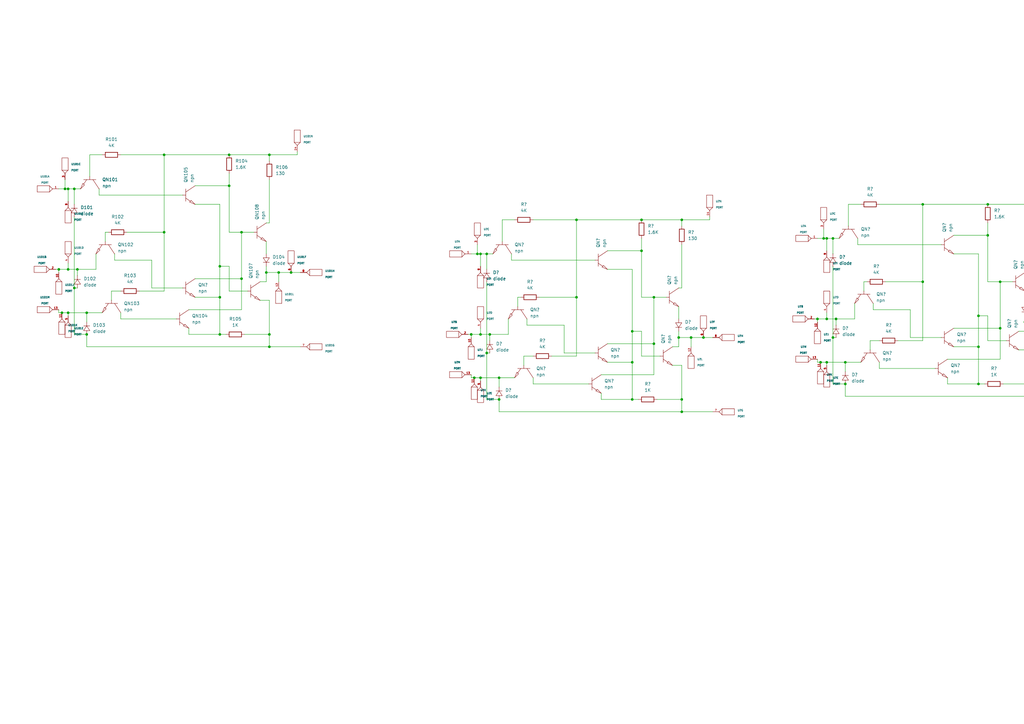
<source format=kicad_sch>
(kicad_sch (version 20211123) (generator eeschema)
  (paper "A3")
  (lib_symbols
    (symbol "LTspice_sym:diode" (pin_numbers hide) (pin_names (offset 0.0254) hide)
      (property "Reference" "D" (at 1.905 0 0))
      (property "Value" "diode" (at 1.905 -5.08 0))
      (symbol "diode_0_0"
        (polyline (pts (xy 0 -3.4798) (xy 2.54 -3.4798)))
        (polyline (pts (xy 0 -1.5748) (xy 1.27 -3.4798)))
        (polyline (pts (xy 0 -1.5748) (xy 2.54 -1.5748)))
        (polyline (pts (xy 1.27 -3.4798) (xy 1.27 -5.08)))
        (polyline (pts (xy 1.27 0) (xy 1.27 -1.5748)))
        (polyline (pts (xy 2.54 -1.5748) (xy 1.27 -3.4798)))
      )
      (symbol "diode_1_1"
        (pin unspecified line (at 1.27 0 0) (length 0) (name "+") (number "1"))
        (pin unspecified line (at 1.27 -5.08 0) (length 0) (name "-") (number "2"))
      )
    )
    (symbol "LTspice_sym:npn" (pin_numbers hide) (pin_names (offset 0.0254) hide)
      (property "Reference" "QN" (at 4.445 -2.54 0))
      (property "Value" "npn" (at 4.445 -5.3848 0))
      (symbol "npn_0_0"
        (polyline (pts (xy 1.27 -6.35) (xy 1.27 -1.27)))
        (polyline (pts (xy 1.27 -3.81) (xy 0 -3.81)))
        (polyline (pts (xy 1.27 -2.54) (xy 5.08 0)))
        (polyline (pts (xy 3.175 -6.35) (xy 1.27 -5.08)))
        (polyline (pts (xy 3.4798 -6.0198) (xy 2.8448 -6.6548)))
        (polyline (pts (xy 5.08 -7.62) (xy 2.8448 -6.6548)))
        (polyline (pts (xy 5.08 -7.62) (xy 3.4798 -6.0198)))
      )
      (symbol "npn_1_1"
        (pin unspecified line (at 5.08 0 0) (length 0) (name "C") (number "1"))
        (pin unspecified line (at 0 -3.81 0) (length 0) (name "B") (number "2"))
        (pin unspecified line (at 5.08 -7.62 0) (length 0) (name "E") (number "3"))
      )
    )
    (symbol "eSim_Devices:resistor" (pin_numbers hide) (pin_names (offset 0))
      (property "Reference" "R" (at 1.27 3.302 0))
      (property "Value" "resistor" (at 1.27 -1.27 0))
      (symbol "resistor_0_1"
        (rectangle (start 3.81 0.254) (end -1.27 2.286) (stroke (width 0.254)))
      )
      (symbol "resistor_1_1"
        (pin passive line (at -2.54 1.27 0) (length 1.27) (name "~") (number "1"))
        (pin passive line (at 5.08 1.27 180) (length 1.27) (name "~") (number "2"))
      )
    )
    (symbol "eSim_Miscellaneous:PORT" (pin_names (offset 1.016))
      (property "Reference" "U" (at 1.27 2.54 0))
      (property "Value" "PORT" (at 0 0 0))
      (symbol "PORT_0_1"
        (rectangle (start -2.54 1.27) (end 2.54 -1.27))
        (arc (start 2.54 1.27) (mid 3.1355 0.5955) (end 3.81 0))
        (arc (start 3.81 0) (mid 3.1447 -0.6046) (end 2.54 -1.27))
      )
      (symbol "PORT_1_1"
        (pin bidirectional line (at 6.35 0 180) (length 2.54) (name "~") (number "1"))
      )
      (symbol "PORT_2_1"
        (pin bidirectional line (at 6.35 0 180) (length 2.54) (name "~") (number "2"))
      )
      (symbol "PORT_3_1"
        (pin bidirectional line (at 6.35 0 180) (length 2.54) (name "~") (number "3"))
      )
      (symbol "PORT_4_1"
        (pin bidirectional line (at 6.35 0 180) (length 2.54) (name "~") (number "4"))
      )
      (symbol "PORT_5_1"
        (pin bidirectional line (at 6.35 0 180) (length 2.54) (name "~") (number "5"))
      )
      (symbol "PORT_6_1"
        (pin bidirectional line (at 6.35 0 180) (length 2.54) (name "~") (number "6"))
      )
      (symbol "PORT_7_1"
        (pin bidirectional line (at 6.35 0 180) (length 2.54) (name "~") (number "7"))
      )
      (symbol "PORT_8_1"
        (pin bidirectional line (at 6.35 0 180) (length 2.54) (name "~") (number "8"))
      )
      (symbol "PORT_9_1"
        (pin bidirectional line (at 6.35 0 180) (length 2.54) (name "~") (number "9"))
      )
      (symbol "PORT_10_1"
        (pin bidirectional line (at 6.35 0 180) (length 2.54) (name "~") (number "10"))
      )
      (symbol "PORT_11_1"
        (pin bidirectional line (at 6.35 0 180) (length 2.54) (name "~") (number "11"))
      )
      (symbol "PORT_12_1"
        (pin bidirectional line (at 6.35 0 180) (length 2.54) (name "~") (number "12"))
      )
      (symbol "PORT_13_1"
        (pin bidirectional line (at 6.35 0 180) (length 2.54) (name "~") (number "13"))
      )
      (symbol "PORT_14_1"
        (pin bidirectional line (at 6.35 0 180) (length 2.54) (name "~") (number "14"))
      )
      (symbol "PORT_15_1"
        (pin bidirectional line (at 6.35 0 180) (length 2.54) (name "~") (number "15"))
      )
      (symbol "PORT_16_1"
        (pin bidirectional line (at 6.35 0 180) (length 2.54) (name "~") (number "16"))
      )
      (symbol "PORT_17_1"
        (pin bidirectional line (at 6.35 0 180) (length 2.54) (name "~") (number "17"))
      )
      (symbol "PORT_18_1"
        (pin bidirectional line (at 6.35 0 180) (length 2.54) (name "~") (number "18"))
      )
      (symbol "PORT_19_1"
        (pin bidirectional line (at 6.35 0 180) (length 2.54) (name "~") (number "19"))
      )
      (symbol "PORT_20_1"
        (pin bidirectional line (at 6.35 0 180) (length 2.54) (name "~") (number "20"))
      )
      (symbol "PORT_21_1"
        (pin bidirectional line (at 6.35 0 180) (length 2.54) (name "~") (number "21"))
      )
      (symbol "PORT_22_1"
        (pin bidirectional line (at 6.35 0 180) (length 2.54) (name "~") (number "22"))
      )
      (symbol "PORT_23_1"
        (pin bidirectional line (at 6.35 0 180) (length 2.54) (name "~") (number "23"))
      )
      (symbol "PORT_24_1"
        (pin bidirectional line (at 6.35 0 180) (length 2.54) (name "~") (number "24"))
      )
      (symbol "PORT_25_1"
        (pin bidirectional line (at 6.35 0 180) (length 2.54) (name "~") (number "25"))
      )
      (symbol "PORT_26_1"
        (pin bidirectional line (at 6.35 0 180) (length 2.54) (name "~") (number "26"))
      )
    )
  )
  (junction (at 279.6286 168.91))
  (junction (at 197.0786 154.94))
  (junction (at 110.49 137.16))
  (junction (at 90.17 121.92))
  (junction (at 278.3586 138.43))
  (junction (at 25.4 128.27))
  (junction (at 335.28 130.81))
  (junction (at 110.49 63.5))
  (junction (at 283.4386 138.43))
  (junction (at 401.32 129.54))
  (junction (at 90.17 109.22))
  (junction (at 90.17 137.16))
  (junction (at 199.6186 104.14))
  (junction (at 425.45 132.08))
  (junction (at 378.46 83.82))
  (junction (at 200.8886 137.16))
  (junction (at 410.21 115.57))
  (junction (at 341.63 138.43))
  (junction (at 421.64 157.48))
  (junction (at 27.94 128.27))
  (junction (at 288.5186 138.43))
  (junction (at 259.3086 163.83))
  (junction (at 114.3 111.76))
  (junction (at 35.56 128.27))
  (junction (at 378.46 115.57))
  (junction (at 99.06 114.3))
  (junction (at 279.6286 163.83))
  (junction (at 268.1986 121.92))
  (junction (at 279.6286 90.17))
  (junction (at 339.09 148.59))
  (junction (at 26.67 77.47))
  (junction (at 236.4486 121.92))
  (junction (at 30.48 77.47))
  (junction (at 421.64 83.82))
  (junction (at 119.38 111.76))
  (junction (at 197.0786 137.16))
  (junction (at 31.75 110.49))
  (junction (at 236.4486 90.17))
  (junction (at 346.71 157.48))
  (junction (at 430.53 132.08))
  (junction (at 199.6186 144.78))
  (junction (at 27.94 77.47))
  (junction (at 195.8086 104.14))
  (junction (at 337.82 97.79))
  (junction (at 346.71 148.59))
  (junction (at 99.06 95.25))
  (junction (at 263.1186 102.87))
  (junction (at 193.2686 137.16))
  (junction (at 194.5386 154.94))
  (junction (at 342.9 130.81))
  (junction (at 93.98 76.2))
  (junction (at 420.37 132.08))
  (junction (at 405.13 83.82))
  (junction (at 35.56 137.16))
  (junction (at 401.32 157.48))
  (junction (at 93.98 63.5))
  (junction (at 110.49 142.24))
  (junction (at 410.21 134.62))
  (junction (at 204.6986 154.94))
  (junction (at 405.13 96.52))
  (junction (at 421.64 162.56))
  (junction (at 197.0786 104.14))
  (junction (at 67.31 95.25))
  (junction (at 336.55 148.59))
  (junction (at 67.31 63.5))
  (junction (at 339.09 130.81))
  (junction (at 259.3086 135.89))
  (junction (at 30.48 118.11))
  (junction (at 109.22 111.76))
  (junction (at 339.09 97.79))
  (junction (at 341.63 97.79))
  (junction (at 268.1986 140.97))
  (junction (at 259.3086 148.59))
  (junction (at 24.13 110.49))
  (junction (at 204.6986 163.83))
  (junction (at 27.94 110.49))
  (junction (at 263.1186 90.17))
  (junction (at 401.32 142.24))
  (wire (pts (xy 279.6286 92.71) (xy 279.6286 90.17)))
  (wire (pts (xy 334.01 130.81) (xy 335.28 130.81)))
  (wire (pts (xy 410.21 134.62) (xy 410.21 147.32)))
  (wire (pts (xy 202.1586 104.14) (xy 199.6186 104.14)))
  (wire (pts (xy 421.64 111.76) (xy 420.37 111.76)))
  (wire (pts (xy 35.56 137.16) (xy 35.56 142.24)))
  (wire (pts (xy 194.5386 154.94) (xy 193.2686 154.94)))
  (wire (pts (xy 335.28 132.08) (xy 335.28 130.81)))
  (wire (pts (xy 335.28 147.32) (xy 335.28 148.59)))
  (wire (pts (xy 353.06 148.59) (xy 346.71 148.59)))
  (wire (pts (xy 22.86 110.49) (xy 24.13 110.49)))
  (wire (pts (xy 62.23 106.68) (xy 62.23 118.11)))
  (wire (pts (xy 27.94 77.47) (xy 30.48 77.47)))
  (wire (pts (xy 344.17 97.79) (xy 341.63 97.79)))
  (wire (pts (xy 90.17 137.16) (xy 92.71 137.16)))
  (wire (pts (xy 411.48 157.48) (xy 421.64 157.48)))
  (wire (pts (xy 110.49 142.24) (xy 123.19 142.24)))
  (wire (pts (xy 351.79 97.79) (xy 351.79 100.33)))
  (wire (pts (xy 346.71 148.59) (xy 346.71 152.4)))
  (wire (pts (xy 221.2086 121.92) (xy 236.4486 121.92)))
  (wire (pts (xy 410.21 115.57) (xy 410.21 134.62)))
  (wire (pts (xy 211.0486 154.94) (xy 204.6986 154.94)))
  (wire (pts (xy 268.1986 140.97) (xy 268.1986 153.67)))
  (wire (pts (xy 35.56 137.16) (xy 30.48 137.16)))
  (wire (pts (xy 109.22 99.06) (xy 109.22 104.14)))
  (wire (pts (xy 30.48 118.11) (xy 30.48 137.16)))
  (wire (pts (xy 401.32 129.54) (xy 401.32 142.24)))
  (wire (pts (xy 417.83 143.51) (xy 421.64 143.51)))
  (wire (pts (xy 279.6286 90.17) (xy 291.0586 90.17)))
  (wire (pts (xy 259.3086 110.49) (xy 259.3086 135.89)))
  (wire (pts (xy 259.3086 135.89) (xy 259.3086 148.59)))
  (wire (pts (xy 337.82 97.79) (xy 339.09 97.79)))
  (wire (pts (xy 420.37 132.08) (xy 420.37 135.89)))
  (wire (pts (xy 373.38 127) (xy 373.38 138.43)))
  (wire (pts (xy 109.22 111.76) (xy 109.22 115.57)))
  (wire (pts (xy 200.8886 137.16) (xy 208.5086 137.16)))
  (wire (pts (xy 193.2686 138.43) (xy 193.2686 137.16)))
  (wire (pts (xy 27.94 110.49) (xy 31.75 110.49)))
  (wire (pts (xy 200.8886 137.16) (xy 200.8886 139.7)))
  (wire (pts (xy 246.6086 161.29) (xy 246.6086 163.83)))
  (wire (pts (xy 191.9986 137.16) (xy 193.2686 137.16)))
  (wire (pts (xy 337.82 93.98) (xy 337.82 97.79)))
  (wire (pts (xy 342.9 130.81) (xy 350.52 130.81)))
  (wire (pts (xy 200.8886 144.78) (xy 199.6186 144.78)))
  (wire (pts (xy 45.72 119.38) (xy 45.72 123.19)))
  (wire (pts (xy 110.49 123.19) (xy 110.49 137.16)))
  (wire (pts (xy 27.94 128.27) (xy 25.4 128.27)))
  (wire (pts (xy 351.79 100.33) (xy 386.08 100.33)))
  (wire (pts (xy 49.53 130.81) (xy 72.39 130.81)))
  (wire (pts (xy 421.64 93.98) (xy 421.64 111.76)))
  (wire (pts (xy 360.68 148.59) (xy 360.68 151.13)))
  (wire (pts (xy 278.3586 138.43) (xy 283.4386 138.43)))
  (wire (pts (xy 213.5886 121.92) (xy 212.3186 121.92)))
  (wire (pts (xy 405.13 91.44) (xy 405.13 96.52)))
  (wire (pts (xy 353.06 83.82) (xy 347.98 83.82)))
  (wire (pts (xy 197.0786 156.21) (xy 197.0786 154.94)))
  (wire (pts (xy 433.07 82.55) (xy 433.07 83.82)))
  (wire (pts (xy 231.3686 133.35) (xy 231.3686 144.78)))
  (wire (pts (xy 278.3586 138.43) (xy 278.3586 142.24)))
  (wire (pts (xy 90.17 83.82) (xy 90.17 109.22)))
  (wire (pts (xy 104.14 95.25) (xy 99.06 95.25)))
  (wire (pts (xy 278.3586 142.24) (xy 275.8186 142.24)))
  (wire (pts (xy 226.2886 146.05) (xy 236.4486 146.05)))
  (wire (pts (xy 109.22 111.76) (xy 114.3 111.76)))
  (wire (pts (xy 46.99 104.14) (xy 46.99 106.68)))
  (wire (pts (xy 275.8186 149.86) (xy 279.6286 149.86)))
  (wire (pts (xy 80.01 121.92) (xy 90.17 121.92)))
  (wire (pts (xy 420.37 132.08) (xy 425.45 132.08)))
  (wire (pts (xy 204.6986 168.91) (xy 279.6286 168.91)))
  (wire (pts (xy 341.63 97.79) (xy 341.63 104.14)))
  (wire (pts (xy 101.6 119.38) (xy 93.98 119.38)))
  (wire (pts (xy 110.49 63.5) (xy 121.92 63.5)))
  (wire (pts (xy 77.47 137.16) (xy 90.17 137.16)))
  (wire (pts (xy 25.4 128.27) (xy 24.13 128.27)))
  (wire (pts (xy 199.6186 104.14) (xy 199.6186 110.49)))
  (wire (pts (xy 259.3086 148.59) (xy 259.3086 163.83)))
  (wire (pts (xy 106.68 123.19) (xy 110.49 123.19)))
  (wire (pts (xy 211.0486 90.17) (xy 205.9686 90.17)))
  (wire (pts (xy 336.55 148.59) (xy 335.28 148.59)))
  (wire (pts (xy 292.3286 138.43) (xy 288.5186 138.43)))
  (wire (pts (xy 358.14 127) (xy 373.38 127)))
  (wire (pts (xy 259.3086 135.89) (xy 263.1186 135.89)))
  (wire (pts (xy 110.49 91.44) (xy 109.22 91.44)))
  (wire (pts (xy 46.99 106.68) (xy 62.23 106.68)))
  (wire (pts (xy 279.6286 118.11) (xy 278.3586 118.11)))
  (wire (pts (xy 62.23 118.11) (xy 74.93 118.11)))
  (wire (pts (xy 195.8086 100.33) (xy 195.8086 104.14)))
  (wire (pts (xy 52.07 95.25) (xy 67.31 95.25)))
  (wire (pts (xy 339.09 102.87) (xy 339.09 97.79)))
  (wire (pts (xy 41.91 128.27) (xy 35.56 128.27)))
  (wire (pts (xy 391.16 96.52) (xy 405.13 96.52)))
  (wire (pts (xy 67.31 119.38) (xy 67.31 95.25)))
  (wire (pts (xy 278.3586 125.73) (xy 278.3586 130.81)))
  (wire (pts (xy 335.28 97.79) (xy 337.82 97.79)))
  (wire (pts (xy 263.1186 146.05) (xy 263.1186 135.89)))
  (wire (pts (xy 346.71 157.48) (xy 346.71 162.56)))
  (wire (pts (xy 378.46 115.57) (xy 378.46 83.82)))
  (wire (pts (xy 279.6286 90.17) (xy 263.1186 90.17)))
  (wire (pts (xy 360.68 151.13) (xy 383.54 151.13)))
  (wire (pts (xy 199.6186 144.78) (xy 199.6186 163.83)))
  (wire (pts (xy 421.64 143.51) (xy 421.64 157.48)))
  (wire (pts (xy 110.49 73.66) (xy 110.49 91.44)))
  (wire (pts (xy 26.67 73.66) (xy 26.67 77.47)))
  (wire (pts (xy 378.46 83.82) (xy 405.13 83.82)))
  (wire (pts (xy 209.7786 104.14) (xy 209.7786 106.68)))
  (wire (pts (xy 421.64 157.48) (xy 421.64 162.56)))
  (wire (pts (xy 218.6686 157.48) (xy 241.5286 157.48)))
  (wire (pts (xy 346.71 157.48) (xy 341.63 157.48)))
  (wire (pts (xy 273.2786 121.92) (xy 268.1986 121.92)))
  (wire (pts (xy 415.29 115.57) (xy 410.21 115.57)))
  (wire (pts (xy 49.53 119.38) (xy 45.72 119.38)))
  (wire (pts (xy 263.1186 121.92) (xy 263.1186 102.87)))
  (wire (pts (xy 356.87 139.7) (xy 356.87 143.51)))
  (wire (pts (xy 24.13 127) (xy 24.13 128.27)))
  (wire (pts (xy 346.71 162.56) (xy 421.64 162.56)))
  (wire (pts (xy 279.6286 149.86) (xy 279.6286 163.83)))
  (wire (pts (xy 44.45 95.25) (xy 43.18 95.25)))
  (wire (pts (xy 30.48 88.9) (xy 30.48 118.11)))
  (wire (pts (xy 216.1286 133.35) (xy 231.3686 133.35)))
  (wire (pts (xy 199.6186 115.57) (xy 199.6186 144.78)))
  (wire (pts (xy 421.64 83.82) (xy 405.13 83.82)))
  (wire (pts (xy 425.45 135.89) (xy 425.45 132.08)))
  (wire (pts (xy 269.4686 163.83) (xy 279.6286 163.83)))
  (wire (pts (xy 236.4486 121.92) (xy 236.4486 90.17)))
  (wire (pts (xy 123.19 111.76) (xy 119.38 111.76)))
  (wire (pts (xy 218.6686 154.94) (xy 218.6686 157.48)))
  (wire (pts (xy 204.6986 154.94) (xy 197.0786 154.94)))
  (wire (pts (xy 197.0786 154.94) (xy 194.5386 154.94)))
  (wire (pts (xy 93.98 71.12) (xy 93.98 76.2)))
  (wire (pts (xy 278.3586 135.89) (xy 278.3586 138.43)))
  (wire (pts (xy 67.31 95.25) (xy 67.31 63.5)))
  (wire (pts (xy 346.71 148.59) (xy 339.09 148.59)))
  (wire (pts (xy 270.7386 146.05) (xy 263.1186 146.05)))
  (wire (pts (xy 421.64 86.36) (xy 421.64 83.82)))
  (wire (pts (xy 90.17 109.22) (xy 90.17 121.92)))
  (wire (pts (xy 388.62 147.32) (xy 410.21 147.32)))
  (wire (pts (xy 341.63 109.22) (xy 341.63 138.43)))
  (wire (pts (xy 388.62 157.48) (xy 401.32 157.48)))
  (wire (pts (xy 197.0786 137.16) (xy 200.8886 137.16)))
  (wire (pts (xy 358.14 124.46) (xy 358.14 127)))
  (wire (pts (xy 121.92 62.23) (xy 121.92 63.5)))
  (wire (pts (xy 90.17 121.92) (xy 90.17 137.16)))
  (wire (pts (xy 35.56 128.27) (xy 35.56 132.08)))
  (wire (pts (xy 90.17 109.22) (xy 93.98 109.22)))
  (wire (pts (xy 80.01 76.2) (xy 93.98 76.2)))
  (wire (pts (xy 77.47 134.62) (xy 77.47 137.16)))
  (wire (pts (xy 205.9686 90.17) (xy 205.9686 99.06)))
  (wire (pts (xy 339.09 128.27) (xy 339.09 130.81)))
  (wire (pts (xy 342.9 138.43) (xy 341.63 138.43)))
  (wire (pts (xy 421.64 83.82) (xy 433.07 83.82)))
  (wire (pts (xy 36.83 63.5) (xy 36.83 72.39)))
  (wire (pts (xy 350.52 124.46) (xy 350.52 130.81)))
  (wire (pts (xy 31.75 110.49) (xy 39.37 110.49)))
  (wire (pts (xy 249.1486 102.87) (xy 263.1186 102.87)))
  (wire (pts (xy 197.0786 104.14) (xy 199.6186 104.14)))
  (wire (pts (xy 93.98 119.38) (xy 93.98 109.22)))
  (wire (pts (xy 110.49 137.16) (xy 110.49 142.24)))
  (wire (pts (xy 57.15 119.38) (xy 67.31 119.38)))
  (wire (pts (xy 99.06 114.3) (xy 99.06 127)))
  (wire (pts (xy 109.22 109.22) (xy 109.22 111.76)))
  (wire (pts (xy 93.98 95.25) (xy 93.98 76.2)))
  (wire (pts (xy 434.34 132.08) (xy 430.53 132.08)))
  (wire (pts (xy 425.45 132.08) (xy 430.53 132.08)))
  (wire (pts (xy 339.09 148.59) (xy 336.55 148.59)))
  (wire (pts (xy 341.63 138.43) (xy 341.63 157.48)))
  (wire (pts (xy 259.3086 163.83) (xy 261.8486 163.83)))
  (wire (pts (xy 283.4386 138.43) (xy 288.5186 138.43)))
  (wire (pts (xy 354.33 115.57) (xy 354.33 119.38)))
  (wire (pts (xy 420.37 129.54) (xy 420.37 132.08)))
  (wire (pts (xy 249.1486 148.59) (xy 259.3086 148.59)))
  (wire (pts (xy 405.13 139.7) (xy 405.13 129.54)))
  (wire (pts (xy 283.4386 142.24) (xy 283.4386 138.43)))
  (wire (pts (xy 268.1986 121.92) (xy 263.1186 121.92)))
  (wire (pts (xy 236.4486 90.17) (xy 263.1186 90.17)))
  (wire (pts (xy 212.3186 121.92) (xy 212.3186 125.73)))
  (wire (pts (xy 246.6086 163.83) (xy 259.3086 163.83)))
  (wire (pts (xy 405.13 115.57) (xy 405.13 96.52)))
  (wire (pts (xy 339.09 130.81) (xy 342.9 130.81)))
  (wire (pts (xy 40.64 80.01) (xy 74.93 80.01)))
  (wire (pts (xy 339.09 149.86) (xy 339.09 148.59)))
  (wire (pts (xy 204.6986 154.94) (xy 204.6986 158.75)))
  (wire (pts (xy 209.7786 106.68) (xy 244.0686 106.68)))
  (wire (pts (xy 388.62 154.94) (xy 388.62 157.48)))
  (wire (pts (xy 24.13 111.76) (xy 24.13 110.49)))
  (wire (pts (xy 363.22 115.57) (xy 378.46 115.57)))
  (wire (pts (xy 378.46 83.82) (xy 360.68 83.82)))
  (wire (pts (xy 391.16 134.62) (xy 410.21 134.62)))
  (wire (pts (xy 249.1486 140.97) (xy 268.1986 140.97)))
  (wire (pts (xy 27.94 82.55) (xy 27.94 77.47)))
  (wire (pts (xy 391.16 142.24) (xy 401.32 142.24)))
  (wire (pts (xy 67.31 63.5) (xy 49.53 63.5)))
  (wire (pts (xy 197.0786 134.62) (xy 197.0786 137.16)))
  (wire (pts (xy 35.56 142.24) (xy 110.49 142.24)))
  (wire (pts (xy 40.64 77.47) (xy 40.64 80.01)))
  (wire (pts (xy 401.32 157.48) (xy 403.86 157.48)))
  (wire (pts (xy 27.94 107.95) (xy 27.94 110.49)))
  (wire (pts (xy 31.75 110.49) (xy 31.75 113.03)))
  (wire (pts (xy 43.18 95.25) (xy 43.18 99.06)))
  (wire (pts (xy 99.06 95.25) (xy 93.98 95.25)))
  (wire (pts (xy 193.2686 137.16) (xy 197.0786 137.16)))
  (wire (pts (xy 195.8086 104.14) (xy 197.0786 104.14)))
  (wire (pts (xy 420.37 119.38) (xy 420.37 124.46)))
  (wire (pts (xy 412.75 139.7) (xy 405.13 139.7)))
  (wire (pts (xy 110.49 66.04) (xy 110.49 63.5)))
  (wire (pts (xy 355.6 115.57) (xy 354.33 115.57)))
  (wire (pts (xy 335.28 130.81) (xy 339.09 130.81)))
  (wire (pts (xy 114.3 111.76) (xy 119.38 111.76)))
  (wire (pts (xy 420.37 135.89) (xy 417.83 135.89)))
  (wire (pts (xy 263.1186 97.79) (xy 263.1186 102.87)))
  (wire (pts (xy 41.91 63.5) (xy 36.83 63.5)))
  (wire (pts (xy 236.4486 146.05) (xy 236.4486 121.92)))
  (wire (pts (xy 368.3 139.7) (xy 378.46 139.7)))
  (wire (pts (xy 339.09 97.79) (xy 341.63 97.79)))
  (wire (pts (xy 373.38 138.43) (xy 386.08 138.43)))
  (wire (pts (xy 30.48 77.47) (xy 30.48 83.82)))
  (wire (pts (xy 77.47 127) (xy 99.06 127)))
  (wire (pts (xy 109.22 115.57) (xy 106.68 115.57)))
  (wire (pts (xy 110.49 63.5) (xy 93.98 63.5)))
  (wire (pts (xy 35.56 128.27) (xy 27.94 128.27)))
  (wire (pts (xy 401.32 129.54) (xy 405.13 129.54)))
  (wire (pts (xy 360.68 139.7) (xy 356.87 139.7)))
  (wire (pts (xy 193.2686 153.67) (xy 193.2686 154.94)))
  (wire (pts (xy 246.6086 153.67) (xy 268.1986 153.67)))
  (wire (pts (xy 39.37 104.14) (xy 39.37 110.49)))
  (wire (pts (xy 80.01 114.3) (xy 99.06 114.3)))
  (wire (pts (xy 218.6686 146.05) (xy 214.8586 146.05)))
  (wire (pts (xy 391.16 104.14) (xy 401.32 104.14)))
  (wire (pts (xy 26.67 77.47) (xy 27.94 77.47)))
  (wire (pts (xy 279.6286 168.91) (xy 292.3286 168.91)))
  (wire (pts (xy 197.0786 109.22) (xy 197.0786 104.14)))
  (wire (pts (xy 80.01 83.82) (xy 90.17 83.82)))
  (wire (pts (xy 231.3686 144.78) (xy 244.0686 144.78)))
  (wire (pts (xy 24.13 77.47) (xy 26.67 77.47)))
  (wire (pts (xy 49.53 128.27) (xy 49.53 130.81)))
  (wire (pts (xy 347.98 83.82) (xy 347.98 92.71)))
  (wire (pts (xy 279.6286 100.33) (xy 279.6286 118.11)))
  (wire (pts (xy 100.33 137.16) (xy 110.49 137.16)))
  (wire (pts (xy 279.6286 163.83) (xy 279.6286 168.91)))
  (wire (pts (xy 27.94 129.54) (xy 27.94 128.27)))
  (wire (pts (xy 401.32 104.14) (xy 401.32 129.54)))
  (wire (pts (xy 114.3 115.57) (xy 114.3 111.76)))
  (wire (pts (xy 421.64 162.56) (xy 434.34 162.56)))
  (wire (pts (xy 342.9 130.81) (xy 342.9 133.35)))
  (wire (pts (xy 249.1486 110.49) (xy 259.3086 110.49)))
  (wire (pts (xy 33.02 77.47) (xy 30.48 77.47)))
  (wire (pts (xy 99.06 95.25) (xy 99.06 114.3)))
  (wire (pts (xy 410.21 115.57) (xy 405.13 115.57)))
  (wire (pts (xy 204.6986 163.83) (xy 204.6986 168.91)))
  (wire (pts (xy 378.46 139.7) (xy 378.46 115.57)))
  (wire (pts (xy 193.2686 104.14) (xy 195.8086 104.14)))
  (wire (pts (xy 216.1286 130.81) (xy 216.1286 133.35)))
  (wire (pts (xy 214.8586 146.05) (xy 214.8586 149.86)))
  (wire (pts (xy 401.32 142.24) (xy 401.32 157.48)))
  (wire (pts (xy 268.1986 121.92) (xy 268.1986 140.97)))
  (wire (pts (xy 291.0586 88.9) (xy 291.0586 90.17)))
  (wire (pts (xy 204.6986 163.83) (xy 199.6186 163.83)))
  (wire (pts (xy 236.4486 90.17) (xy 218.6686 90.17)))
  (wire (pts (xy 24.13 110.49) (xy 27.94 110.49)))
  (wire (pts (xy 67.31 63.5) (xy 93.98 63.5)))
  (wire (pts (xy 31.75 118.11) (xy 30.48 118.11)))
  (wire (pts (xy 208.5086 130.81) (xy 208.5086 137.16)))
  (symbol (lib_id "LTspice_sym:npn") (at 244.0686 140.97 0) (unit 1)
    (property "Reference" "QN?" (at 250.4186 143.51 0) (effects (justify left)))
    (property "Value" "npn" (at 250.4186 146.05 0) (effects (justify left)))
    (property "Field5" "NPN" (effects hide))
  )
  (symbol (lib_id "LTspice_sym:npn") (at 412.75 135.89 0) (unit 1)
    (property "Reference" "QN?" (at 414.02 134.62 90) (effects (justify left)))
    (property "Value" "npn" (at 416.56 134.62 90) (effects (justify left)))
    (property "Field5" "NPN" (effects hide))
  )
  (symbol (lib_id "eSim_Devices:resistor") (at 97.79 135.89 180) (unit 1)
    (property "Reference" "R105" (at 96.52 130.81 0))
    (property "Value" "1K" (at 96.52 133.35 0))
  )
  (symbol (lib_id "eSim_Miscellaneous:PORT") (at 298.6786 138.43 180) (unit 8)
    (property "Reference" "U?" (at 302.4886 137.795 0) (effects (font (size 0.762 0.762)) (justify right)))
    (property "Value" "PORT" (at 302.4886 140.335 0) (effects (font (size 0.762 0.762)) (justify right)))
  )
  (symbol (lib_id "LTspice_sym:npn") (at 104.14 91.44 0) (unit 1)
    (property "Reference" "QN108" (at 105.41 90.17 90) (effects (justify left)))
    (property "Value" "npn" (at 107.95 90.17 90) (effects (justify left)))
    (property "Field5" "NPN" (effects hide))
  )
  (symbol (lib_id "eSim_Miscellaneous:PORT") (at 17.78 127 0) (unit 13)
    (property "Reference" "U101" (at 18.415 121.92 0) (effects (font (size 0.762 0.762))))
    (property "Value" "PORT" (at 18.415 124.46 0) (effects (font (size 0.762 0.762))))
  )
  (symbol (lib_id "LTspice_sym:npn") (at 218.6686 149.86 270) (unit 1)
    (property "Reference" "QN?" (at 219.9386 151.13 90) (effects (justify left)))
    (property "Value" "npn" (at 219.9386 153.67 90) (effects (justify left)))
    (property "Field5" "NPN" (effects hide))
  )
  (symbol (lib_id "eSim_Devices:resistor") (at 422.91 91.44 90) (unit 1)
    (property "Reference" "R?" (at 424.18 88.9 90) (effects (justify right)))
    (property "Value" "130" (at 424.18 91.44 90) (effects (justify right)))
  )
  (symbol (lib_id "eSim_Miscellaneous:PORT") (at 430.53 125.73 270) (unit 6)
    (property "Reference" "U?" (at 433.07 125.73 90) (effects (font (size 0.762 0.762)) (justify left)))
    (property "Value" "PORT" (at 433.07 128.27 90) (effects (font (size 0.762 0.762)) (justify left)))
  )
  (symbol (lib_id "LTspice_sym:diode") (at 200.8886 115.57 180) (unit 1)
    (property "Reference" "D?" (at 202.1586 111.76 0) (effects (justify right)))
    (property "Value" "diode" (at 202.1586 114.3 0) (effects (justify right)))
    (property "Field5" "D" (effects hide))
  )
  (symbol (lib_id "LTspice_sym:diode") (at 107.95 104.14 0) (unit 1)
    (property "Reference" "D104" (at 111.76 105.41 0) (effects (justify left)))
    (property "Value" "diode" (at 111.76 107.95 0) (effects (justify left)))
    (property "Field5" "D" (effects hide))
  )
  (symbol (lib_id "eSim_Miscellaneous:PORT") (at 291.0586 82.55 270) (unit 14)
    (property "Reference" "U?" (at 293.5986 82.55 90) (effects (font (size 0.762 0.762)) (justify left)))
    (property "Value" "PORT" (at 293.5986 85.09 90) (effects (font (size 0.762 0.762)) (justify left)))
  )
  (symbol (lib_id "LTspice_sym:npn") (at 74.93 76.2 0) (unit 1)
    (property "Reference" "QN105" (at 76.2 74.93 90) (effects (justify left)))
    (property "Value" "npn" (at 78.74 74.93 90) (effects (justify left)))
    (property "Field5" "NPN" (effects hide))
  )
  (symbol (lib_id "eSim_Miscellaneous:PORT") (at 27.94 135.89 90) (unit 5)
    (property "Reference" "U101" (at 30.48 134.62 90) (effects (font (size 0.762 0.762)) (justify right)))
    (property "Value" "PORT" (at 30.48 137.16 90) (effects (font (size 0.762 0.762)) (justify right)))
  )
  (symbol (lib_id "LTspice_sym:diode") (at 342.9 109.22 180) (unit 1)
    (property "Reference" "D?" (at 344.17 105.41 0) (effects (justify right)))
    (property "Value" "diode" (at 344.17 107.95 0) (effects (justify right)))
    (property "Field5" "D" (effects hide))
  )
  (symbol (lib_id "eSim_Miscellaneous:PORT") (at 339.09 109.22 90) (unit 9)
    (property "Reference" "U?" (at 341.63 107.95 90) (effects (font (size 0.762 0.762)) (justify right)))
    (property "Value" "PORT" (at 341.63 110.49 90) (effects (font (size 0.762 0.762)) (justify right)))
  )
  (symbol (lib_id "eSim_Miscellaneous:PORT") (at 298.6786 168.91 180) (unit 7)
    (property "Reference" "U?" (at 302.4886 168.275 0) (effects (font (size 0.762 0.762)) (justify right)))
    (property "Value" "PORT" (at 302.4886 170.815 0) (effects (font (size 0.762 0.762)) (justify right)))
  )
  (symbol (lib_id "LTspice_sym:npn") (at 49.53 123.19 270) (unit 1)
    (property "Reference" "QN103" (at 50.8 124.46 90) (effects (justify left)))
    (property "Value" "npn" (at 50.8 127 90) (effects (justify left)))
    (property "Field5" "NPN" (effects hide))
  )
  (symbol (lib_id "LTspice_sym:npn") (at 386.08 134.62 0) (unit 1)
    (property "Reference" "QN?" (at 392.43 137.16 0) (effects (justify left)))
    (property "Value" "npn" (at 392.43 139.7 0) (effects (justify left)))
    (property "Field5" "NPN" (effects hide))
  )
  (symbol (lib_id "eSim_Miscellaneous:PORT") (at 425.45 142.24 90) (unit 12)
    (property "Reference" "U?" (at 427.99 140.97 90) (effects (font (size 0.762 0.762)) (justify right)))
    (property "Value" "PORT" (at 427.99 143.51 90) (effects (font (size 0.762 0.762)) (justify right)))
  )
  (symbol (lib_id "eSim_Miscellaneous:PORT") (at 17.78 77.47 0) (unit 1)
    (property "Reference" "U101" (at 18.415 72.39 0) (effects (font (size 0.762 0.762))))
    (property "Value" "PORT" (at 18.415 74.93 0) (effects (font (size 0.762 0.762))))
  )
  (symbol (lib_id "eSim_Miscellaneous:PORT") (at 119.38 105.41 270) (unit 6)
    (property "Reference" "U101" (at 121.92 105.41 90) (effects (font (size 0.762 0.762)) (justify left)))
    (property "Value" "PORT" (at 121.92 107.95 90) (effects (font (size 0.762 0.762)) (justify left)))
  )
  (symbol (lib_id "eSim_Devices:resistor") (at 365.76 138.43 180) (unit 1)
    (property "Reference" "R?" (at 364.49 133.35 0))
    (property "Value" "4K" (at 364.49 135.89 0))
  )
  (symbol (lib_id "LTspice_sym:npn") (at 40.64 72.39 270) (unit 1)
    (property "Reference" "QN101" (at 41.91 73.66 90) (effects (justify left)))
    (property "Value" "npn" (at 41.91 76.2 90) (effects (justify left)))
    (property "Field5" "NPN" (effects hide))
  )
  (symbol (lib_id "LTspice_sym:npn") (at 241.5286 153.67 0) (unit 1)
    (property "Reference" "QN?" (at 247.8786 156.21 0) (effects (justify left)))
    (property "Value" "npn" (at 247.8786 158.75 0) (effects (justify left)))
    (property "Field5" "NPN" (effects hide))
  )
  (symbol (lib_id "LTspice_sym:npn") (at 270.7386 142.24 0) (unit 1)
    (property "Reference" "QN?" (at 272.0086 140.97 90) (effects (justify left)))
    (property "Value" "npn" (at 274.5486 140.97 90) (effects (justify left)))
    (property "Field5" "NPN" (effects hide))
  )
  (symbol (lib_id "eSim_Devices:resistor") (at 408.94 156.21 180) (unit 1)
    (property "Reference" "R?" (at 407.67 151.13 0))
    (property "Value" "1K" (at 407.67 153.67 0))
  )
  (symbol (lib_id "eSim_Miscellaneous:PORT") (at 197.0786 162.56 90) (unit 5)
    (property "Reference" "U?" (at 199.6186 161.29 90) (effects (font (size 0.762 0.762)) (justify right)))
    (property "Value" "PORT" (at 199.6186 163.83 90) (effects (font (size 0.762 0.762)) (justify right)))
  )
  (symbol (lib_id "LTspice_sym:npn") (at 386.08 96.52 0) (unit 1)
    (property "Reference" "QN?" (at 387.35 95.25 90) (effects (justify left)))
    (property "Value" "npn" (at 389.89 95.25 90) (effects (justify left)))
    (property "Field5" "NPN" (effects hide))
  )
  (symbol (lib_id "eSim_Devices:resistor") (at 264.3886 95.25 90) (unit 1)
    (property "Reference" "R?" (at 265.6586 92.71 90) (effects (justify right)))
    (property "Value" "1.6K" (at 265.6586 95.25 90) (effects (justify right)))
  )
  (symbol (lib_id "eSim_Devices:resistor") (at 280.8986 97.79 90) (unit 1)
    (property "Reference" "R?" (at 282.1686 95.25 90) (effects (justify right)))
    (property "Value" "130" (at 282.1686 97.79 90) (effects (justify right)))
  )
  (symbol (lib_id "eSim_Miscellaneous:PORT") (at 328.93 147.32 0) (unit 13)
    (property "Reference" "U?" (at 329.565 142.24 0) (effects (font (size 0.762 0.762))))
    (property "Value" "PORT" (at 329.565 144.78 0) (effects (font (size 0.762 0.762))))
  )
  (symbol (lib_id "eSim_Devices:resistor") (at 223.7486 144.78 180) (unit 1)
    (property "Reference" "R?" (at 222.4786 139.7 0))
    (property "Value" "4K" (at 222.4786 142.24 0))
  )
  (symbol (lib_id "eSim_Miscellaneous:PORT") (at 186.9186 153.67 0) (unit 13)
    (property "Reference" "U?" (at 187.5536 148.59 0) (effects (font (size 0.762 0.762))))
    (property "Value" "PORT" (at 187.5536 151.13 0) (effects (font (size 0.762 0.762))))
  )
  (symbol (lib_id "LTspice_sym:npn") (at 358.14 119.38 270) (unit 1)
    (property "Reference" "QN?" (at 359.41 120.65 90) (effects (justify left)))
    (property "Value" "npn" (at 359.41 123.19 90) (effects (justify left)))
    (property "Field5" "NPN" (effects hide))
  )
  (symbol (lib_id "eSim_Devices:resistor") (at 49.53 93.98 180) (unit 1)
    (property "Reference" "R102" (at 48.26 88.9 0))
    (property "Value" "4K" (at 48.26 91.44 0))
  )
  (symbol (lib_id "eSim_Miscellaneous:PORT") (at 327.66 130.81 0) (unit 2)
    (property "Reference" "U?" (at 328.295 125.73 0) (effects (font (size 0.762 0.762))))
    (property "Value" "PORT" (at 328.295 128.27 0) (effects (font (size 0.762 0.762))))
  )
  (symbol (lib_id "eSim_Devices:resistor") (at 266.9286 162.56 180) (unit 1)
    (property "Reference" "R?" (at 265.6586 157.48 0))
    (property "Value" "1K" (at 265.6586 160.02 0))
  )
  (symbol (lib_id "eSim_Miscellaneous:PORT") (at 197.0786 115.57 90) (unit 9)
    (property "Reference" "U?" (at 199.6186 114.3 90) (effects (font (size 0.762 0.762)) (justify right)))
    (property "Value" "PORT" (at 199.6186 116.84 90) (effects (font (size 0.762 0.762)) (justify right)))
  )
  (symbol (lib_id "LTspice_sym:diode") (at 344.17 138.43 180) (unit 1)
    (property "Reference" "D?" (at 345.44 134.62 0) (effects (justify right)))
    (property "Value" "diode" (at 345.44 137.16 0) (effects (justify right)))
    (property "Field5" "D" (effects hide))
  )
  (symbol (lib_id "eSim_Devices:resistor") (at 95.25 68.58 90) (unit 1)
    (property "Reference" "R104" (at 96.52 66.04 90) (effects (justify right)))
    (property "Value" "1.6K" (at 96.52 68.58 90) (effects (justify right)))
  )
  (symbol (lib_id "eSim_Miscellaneous:PORT") (at 186.9186 104.14 0) (unit 1)
    (property "Reference" "U?" (at 187.5536 99.06 0) (effects (font (size 0.762 0.762))))
    (property "Value" "PORT" (at 187.5536 101.6 0) (effects (font (size 0.762 0.762))))
  )
  (symbol (lib_id "LTspice_sym:npn") (at 360.68 143.51 270) (unit 1)
    (property "Reference" "QN?" (at 361.95 144.78 90) (effects (justify left)))
    (property "Value" "npn" (at 361.95 147.32 90) (effects (justify left)))
    (property "Field5" "NPN" (effects hide))
  )
  (symbol (lib_id "eSim_Devices:resistor") (at 218.6686 120.65 180) (unit 1)
    (property "Reference" "R?" (at 217.3986 115.57 0))
    (property "Value" "4K" (at 217.3986 118.11 0))
  )
  (symbol (lib_id "eSim_Miscellaneous:PORT") (at 337.82 87.63 270) (unit 3)
    (property "Reference" "U?" (at 340.36 87.63 90) (effects (font (size 0.762 0.762)) (justify left)))
    (property "Value" "PORT" (at 340.36 90.17 90) (effects (font (size 0.762 0.762)) (justify left)))
  )
  (symbol (lib_id "eSim_Miscellaneous:PORT") (at 336.55 154.94 90) (unit 11)
    (property "Reference" "U?" (at 339.09 153.67 90) (effects (font (size 0.762 0.762)) (justify right)))
    (property "Value" "PORT" (at 339.09 156.21 90) (effects (font (size 0.762 0.762)) (justify right)))
  )
  (symbol (lib_id "LTspice_sym:npn") (at 74.93 114.3 0) (unit 1)
    (property "Reference" "QN?" (at 81.28 116.84 0) (effects (justify left)))
    (property "Value" "npn" (at 81.28 119.38 0) (effects (justify left)))
    (property "Field5" "NPN" (effects hide))
  )
  (symbol (lib_id "eSim_Devices:resistor") (at 54.61 118.11 180) (unit 1)
    (property "Reference" "R103" (at 53.34 113.03 0))
    (property "Value" "4K" (at 53.34 115.57 0))
  )
  (symbol (lib_id "eSim_Miscellaneous:PORT") (at 440.69 162.56 180) (unit 7)
    (property "Reference" "U?" (at 444.5 161.925 0) (effects (font (size 0.762 0.762)) (justify right)))
    (property "Value" "PORT" (at 444.5 164.465 0) (effects (font (size 0.762 0.762)) (justify right)))
  )
  (symbol (lib_id "LTspice_sym:npn") (at 273.2786 118.11 0) (unit 1)
    (property "Reference" "QN?" (at 274.5486 116.84 90) (effects (justify left)))
    (property "Value" "npn" (at 277.0886 116.84 90) (effects (justify left)))
    (property "Field5" "NPN" (effects hide))
  )
  (symbol (lib_id "LTspice_sym:diode") (at 33.02 118.11 180) (unit 1)
    (property "Reference" "D102" (at 34.29 114.3 0) (effects (justify right)))
    (property "Value" "diode" (at 34.29 116.84 0) (effects (justify right)))
    (property "Field5" "D" (effects hide))
  )
  (symbol (lib_id "eSim_Miscellaneous:PORT") (at 16.51 110.49 0) (unit 2)
    (property "Reference" "U101" (at 17.145 105.41 0) (effects (font (size 0.762 0.762))))
    (property "Value" "PORT" (at 17.145 107.95 0) (effects (font (size 0.762 0.762))))
  )
  (symbol (lib_id "eSim_Miscellaneous:PORT") (at 26.67 67.31 270) (unit 3)
    (property "Reference" "U101" (at 29.21 67.31 90) (effects (font (size 0.762 0.762)) (justify left)))
    (property "Value" "PORT" (at 29.21 69.85 90) (effects (font (size 0.762 0.762)) (justify left)))
  )
  (symbol (lib_id "LTspice_sym:npn") (at 72.39 127 0) (unit 1)
    (property "Reference" "QN104" (at 78.74 129.54 0) (effects (justify left)))
    (property "Value" "npn" (at 78.74 132.08 0) (effects (justify left)))
    (property "Field5" "NPN" (effects hide))
  )
  (symbol (lib_id "LTspice_sym:npn") (at 101.6 115.57 0) (unit 1)
    (property "Reference" "QN107" (at 102.87 114.3 90) (effects (justify left)))
    (property "Value" "npn" (at 105.41 114.3 90) (effects (justify left)))
    (property "Field5" "NPN" (effects hide))
  )
  (symbol (lib_id "eSim_Miscellaneous:PORT") (at 193.2686 144.78 90) (unit 10)
    (property "Reference" "U?" (at 195.8086 143.51 90) (effects (font (size 0.762 0.762)) (justify right)))
    (property "Value" "PORT" (at 195.8086 146.05 90) (effects (font (size 0.762 0.762)) (justify right)))
  )
  (symbol (lib_id "LTspice_sym:diode") (at 36.83 137.16 180) (unit 1)
    (property "Reference" "D103" (at 38.1 133.35 0) (effects (justify right)))
    (property "Value" "diode" (at 38.1 135.89 0) (effects (justify right)))
    (property "Field5" "D" (effects hide))
  )
  (symbol (lib_id "eSim_Miscellaneous:PORT") (at 328.93 97.79 0) (unit 1)
    (property "Reference" "U?" (at 329.565 92.71 0) (effects (font (size 0.762 0.762))))
    (property "Value" "PORT" (at 329.565 95.25 0) (effects (font (size 0.762 0.762))))
  )
  (symbol (lib_id "LTspice_sym:npn") (at 351.79 92.71 270) (unit 1)
    (property "Reference" "QN?" (at 353.06 93.98 90) (effects (justify left)))
    (property "Value" "npn" (at 353.06 96.52 90) (effects (justify left)))
    (property "Field5" "NPN" (effects hide))
  )
  (symbol (lib_id "LTspice_sym:diode") (at 419.1 124.46 0) (unit 1)
    (property "Reference" "D?" (at 422.91 125.73 0) (effects (justify left)))
    (property "Value" "diode" (at 422.91 128.27 0) (effects (justify left)))
    (property "Field5" "D" (effects hide))
  )
  (symbol (lib_id "eSim_Miscellaneous:PORT") (at 339.09 156.21 90) (unit 5)
    (property "Reference" "U?" (at 341.63 154.94 90) (effects (font (size 0.762 0.762)) (justify right)))
    (property "Value" "PORT" (at 341.63 157.48 90) (effects (font (size 0.762 0.762)) (justify right)))
  )
  (symbol (lib_id "eSim_Miscellaneous:PORT") (at 27.94 101.6 270) (unit 4)
    (property "Reference" "U101" (at 30.48 101.6 90) (effects (font (size 0.762 0.762)) (justify left)))
    (property "Value" "PORT" (at 30.48 104.14 90) (effects (font (size 0.762 0.762)) (justify left)))
  )
  (symbol (lib_id "eSim_Miscellaneous:PORT") (at 121.92 55.88 270) (unit 14)
    (property "Reference" "U101" (at 124.46 55.88 90) (effects (font (size 0.762 0.762)) (justify left)))
    (property "Value" "PORT" (at 124.46 58.42 90) (effects (font (size 0.762 0.762)) (justify left)))
  )
  (symbol (lib_id "eSim_Miscellaneous:PORT") (at 129.54 111.76 180) (unit 8)
    (property "Reference" "U101" (at 133.35 111.125 0) (effects (font (size 0.762 0.762)) (justify right)))
    (property "Value" "PORT" (at 133.35 113.665 0) (effects (font (size 0.762 0.762)) (justify right)))
  )
  (symbol (lib_id "eSim_Miscellaneous:PORT") (at 335.28 138.43 90) (unit 10)
    (property "Reference" "U?" (at 337.82 137.16 90) (effects (font (size 0.762 0.762)) (justify right)))
    (property "Value" "PORT" (at 337.82 139.7 90) (effects (font (size 0.762 0.762)) (justify right)))
  )
  (symbol (lib_id "eSim_Devices:resistor") (at 46.99 62.23 180) (unit 1)
    (property "Reference" "R101" (at 45.72 57.15 0))
    (property "Value" "4K" (at 45.72 59.69 0))
  )
  (symbol (lib_id "LTspice_sym:diode") (at 277.0886 130.81 0) (unit 1)
    (property "Reference" "D?" (at 280.8986 132.08 0) (effects (justify left)))
    (property "Value" "diode" (at 280.8986 134.62 0) (effects (justify left)))
    (property "Field5" "D" (effects hide))
  )
  (symbol (lib_id "LTspice_sym:npn") (at 415.29 111.76 0) (unit 1)
    (property "Reference" "QN?" (at 416.56 110.49 90) (effects (justify left)))
    (property "Value" "npn" (at 419.1 110.49 90) (effects (justify left)))
    (property "Field5" "NPN" (effects hide))
  )
  (symbol (lib_id "eSim_Devices:resistor") (at 216.1286 88.9 180) (unit 1)
    (property "Reference" "R?" (at 214.8586 83.82 0))
    (property "Value" "4K" (at 214.8586 86.36 0))
  )
  (symbol (lib_id "LTspice_sym:npn") (at 383.54 147.32 0) (unit 1)
    (property "Reference" "QN?" (at 389.89 149.86 0) (effects (justify left)))
    (property "Value" "npn" (at 389.89 152.4 0) (effects (justify left)))
    (property "Field5" "NPN" (effects hide))
  )
  (symbol (lib_id "LTspice_sym:npn") (at 46.99 99.06 270) (unit 1)
    (property "Reference" "QN102" (at 48.26 100.33 90) (effects (justify left)))
    (property "Value" "npn" (at 48.26 102.87 90) (effects (justify left)))
    (property "Field5" "NPN" (effects hide))
  )
  (symbol (lib_id "eSim_Miscellaneous:PORT") (at 129.54 142.24 180) (unit 7)
    (property "Reference" "U101" (at 133.35 141.605 0) (effects (font (size 0.762 0.762)) (justify right)))
    (property "Value" "PORT" (at 133.35 144.145 0) (effects (font (size 0.762 0.762)) (justify right)))
  )
  (symbol (lib_id "LTspice_sym:diode") (at 347.98 157.48 180) (unit 1)
    (property "Reference" "D?" (at 349.25 153.67 0) (effects (justify right)))
    (property "Value" "diode" (at 349.25 156.21 0) (effects (justify right)))
    (property "Field5" "D" (effects hide))
  )
  (symbol (lib_id "eSim_Miscellaneous:PORT") (at 25.4 134.62 90) (unit 11)
    (property "Reference" "U101" (at 27.94 133.35 90) (effects (font (size 0.762 0.762)) (justify right)))
    (property "Value" "PORT" (at 27.94 135.89 90) (effects (font (size 0.762 0.762)) (justify right)))
  )
  (symbol (lib_id "eSim_Miscellaneous:PORT") (at 24.13 118.11 90) (unit 10)
    (property "Reference" "U101" (at 26.67 116.84 90) (effects (font (size 0.762 0.762)) (justify right)))
    (property "Value" "PORT" (at 26.67 119.38 90) (effects (font (size 0.762 0.762)) (justify right)))
  )
  (symbol (lib_id "eSim_Devices:resistor") (at 358.14 82.55 180) (unit 1)
    (property "Reference" "R?" (at 356.87 77.47 0))
    (property "Value" "4K" (at 356.87 80.01 0))
  )
  (symbol (lib_id "LTspice_sym:diode") (at 205.9686 163.83 180) (unit 1)
    (property "Reference" "D?" (at 207.2386 160.02 0) (effects (justify right)))
    (property "Value" "diode" (at 207.2386 162.56 0) (effects (justify right)))
    (property "Field5" "D" (effects hide))
  )
  (symbol (lib_id "eSim_Miscellaneous:PORT") (at 185.6486 137.16 0) (unit 2)
    (property "Reference" "U?" (at 186.2836 132.08 0) (effects (font (size 0.762 0.762))))
    (property "Value" "PORT" (at 186.2836 134.62 0) (effects (font (size 0.762 0.762))))
  )
  (symbol (lib_id "LTspice_sym:npn") (at 216.1286 125.73 270) (unit 1)
    (property "Reference" "QN?" (at 217.3986 127 90) (effects (justify left)))
    (property "Value" "npn" (at 217.3986 129.54 90) (effects (justify left)))
    (property "Field5" "NPN" (effects hide))
  )
  (symbol (lib_id "LTspice_sym:diode") (at 31.75 88.9 180) (unit 1)
    (property "Reference" "D101" (at 33.02 85.09 0) (effects (justify right)))
    (property "Value" "diode" (at 33.02 87.63 0) (effects (justify right)))
    (property "Field5" "D" (effects hide))
  )
  (symbol (lib_id "eSim_Devices:resistor") (at 360.68 114.3 180) (unit 1)
    (property "Reference" "R?" (at 359.41 109.22 0))
    (property "Value" "4K" (at 359.41 111.76 0))
  )
  (symbol (lib_id "eSim_Miscellaneous:PORT") (at 440.69 132.08 180) (unit 8)
    (property "Reference" "U?" (at 444.5 131.445 0) (effects (font (size 0.762 0.762)) (justify right)))
    (property "Value" "PORT" (at 444.5 133.985 0) (effects (font (size 0.762 0.762)) (justify right)))
  )
  (symbol (lib_id "eSim_Miscellaneous:PORT") (at 433.07 76.2 270) (unit 14)
    (property "Reference" "U?" (at 435.61 76.2 90) (effects (font (size 0.762 0.762)) (justify left)))
    (property "Value" "PORT" (at 435.61 78.74 90) (effects (font (size 0.762 0.762)) (justify left)))
  )
  (symbol (lib_id "eSim_Miscellaneous:PORT") (at 114.3 121.92 90) (unit 12)
    (property "Reference" "U101" (at 116.84 120.65 90) (effects (font (size 0.762 0.762)) (justify right)))
    (property "Value" "PORT" (at 116.84 123.19 90) (effects (font (size 0.762 0.762)) (justify right)))
  )
  (symbol (lib_id "LTspice_sym:npn") (at 244.0686 102.87 0) (unit 1)
    (property "Reference" "QN?" (at 245.3386 101.6 90) (effects (justify left)))
    (property "Value" "npn" (at 247.8786 101.6 90) (effects (justify left)))
    (property "Field5" "NPN" (effects hide))
  )
  (symbol (lib_id "LTspice_sym:npn") (at 209.7786 99.06 270) (unit 1)
    (property "Reference" "QN?" (at 211.0486 100.33 90) (effects (justify left)))
    (property "Value" "npn" (at 211.0486 102.87 90) (effects (justify left)))
    (property "Field5" "NPN" (effects hide))
  )
  (symbol (lib_id "eSim_Miscellaneous:PORT") (at 195.8086 93.98 270) (unit 3)
    (property "Reference" "U?" (at 198.3486 93.98 90) (effects (font (size 0.762 0.762)) (justify left)))
    (property "Value" "PORT" (at 198.3486 96.52 90) (effects (font (size 0.762 0.762)) (justify left)))
  )
  (symbol (lib_id "eSim_Miscellaneous:PORT") (at 27.94 88.9 90) (unit 9)
    (property "Reference" "U101" (at 30.48 87.63 90) (effects (font (size 0.762 0.762)) (justify right)))
    (property "Value" "PORT" (at 30.48 90.17 90) (effects (font (size 0.762 0.762)) (justify right)))
  )
  (symbol (lib_id "eSim_Devices:resistor") (at 111.76 71.12 90) (unit 1)
    (property "Reference" "R106" (at 113.03 68.58 90) (effects (justify right)))
    (property "Value" "130" (at 113.03 71.12 90) (effects (justify right)))
  )
  (symbol (lib_id "eSim_Devices:resistor") (at 406.4 88.9 90) (unit 1)
    (property "Reference" "R?" (at 407.67 86.36 90) (effects (justify right)))
    (property "Value" "1.6K" (at 407.67 88.9 90) (effects (justify right)))
  )
  (symbol (lib_id "LTspice_sym:diode") (at 202.1586 144.78 180) (unit 1)
    (property "Reference" "D?" (at 203.4286 140.97 0) (effects (justify right)))
    (property "Value" "diode" (at 203.4286 143.51 0) (effects (justify right)))
    (property "Field5" "D" (effects hide))
  )
  (symbol (lib_id "eSim_Miscellaneous:PORT") (at 288.5186 132.08 270) (unit 6)
    (property "Reference" "U?" (at 291.0586 132.08 90) (effects (font (size 0.762 0.762)) (justify left)))
    (property "Value" "PORT" (at 291.0586 134.62 90) (effects (font (size 0.762 0.762)) (justify left)))
  )
  (symbol (lib_id "eSim_Miscellaneous:PORT") (at 197.0786 128.27 270) (unit 4)
    (property "Reference" "U?" (at 199.6186 128.27 90) (effects (font (size 0.762 0.762)) (justify left)))
    (property "Value" "PORT" (at 199.6186 130.81 90) (effects (font (size 0.762 0.762)) (justify left)))
  )
  (symbol (lib_id "eSim_Miscellaneous:PORT") (at 194.5386 161.29 90) (unit 11)
    (property "Reference" "U?" (at 197.0786 160.02 90) (effects (font (size 0.762 0.762)) (justify right)))
    (property "Value" "PORT" (at 197.0786 162.56 90) (effects (font (size 0.762 0.762)) (justify right)))
  )
  (symbol (lib_id "eSim_Miscellaneous:PORT") (at 283.4386 148.59 90) (unit 12)
    (property "Reference" "U?" (at 285.9786 147.32 90) (effects (font (size 0.762 0.762)) (justify right)))
    (property "Value" "PORT" (at 285.9786 149.86 90) (effects (font (size 0.762 0.762)) (justify right)))
  )
  (symbol (lib_id "eSim_Miscellaneous:PORT") (at 339.09 121.92 270) (unit 4)
    (property "Reference" "U?" (at 341.63 121.92 90) (effects (font (size 0.762 0.762)) (justify left)))
    (property "Value" "PORT" (at 341.63 124.46 90) (effects (font (size 0.762 0.762)) (justify left)))
  )
)
</source>
